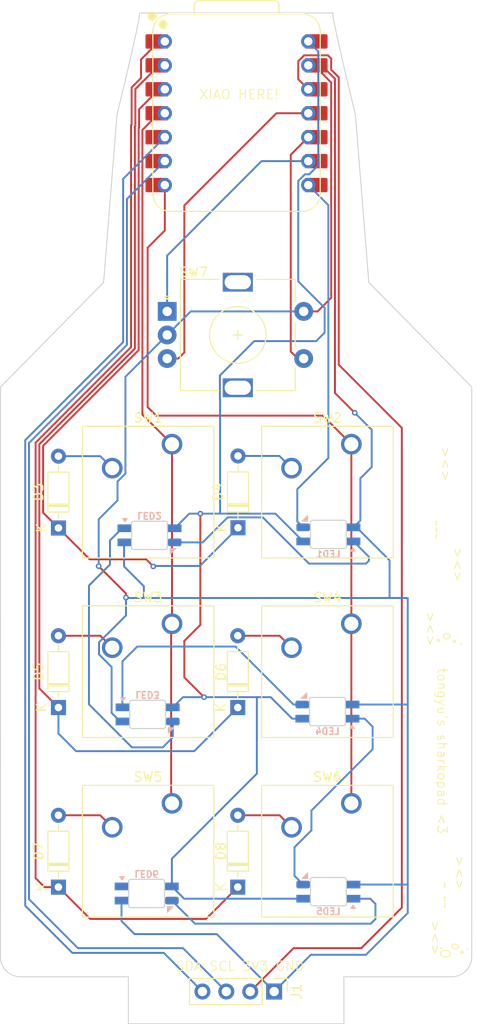
<source format=kicad_pcb>
(kicad_pcb (version 20241229) (generator "pcbnew") (generator_version "9.0")
  (layers (0 "F.Cu" signal) (2 "B.Cu" signal) (13 "F.Paste" user) (15 "B.Paste" user) (5 "F.SilkS" user "F.Silkscreen") (7 "B.SilkS" user "B.Silkscreen") (1 "F.Mask" user) (3 "B.Mask" user) (25 "Edge.Cuts" user))
  (net 0 "")
  (net 1 "+5V")
  (net 2 "GND")
  (net 3 "Net-(U1-GPIO3{slash}MOSI)")
  (net 4 "SCL")
  (net 5 "Net-(U1-GPIO2{slash}SCK)")
  (net 6 "Net-(U1-GPIO4{slash}MISO)")
  (net 7 "row1")
  (net 8 "Net-(D3-A)")
  (net 9 "Net-(D4-A)")
  (net 10 "row2")
  (net 11 "Net-(D5-A)")
  (net 12 "Net-(D6-A)")
  (net 13 "Net-(D7-A)")
  (net 14 "row3")
  (net 15 "Net-(D8-A)")
  (net 16 "col1")
  (net 17 "col2")
  (net 18 "SDA")
  (net 19 "+3V3")
  (net 20 "Net-(LED1-DIN)")
  (net 21 "Net-(LED1-DOUT)")
  (net 22 "Net-(LED2-DOUT)")
  (net 23 "Net-(LED3-DOUT)")
  (net 24 "Net-(LED4-DOUT)")
  (net 25 "Net-(LED5-DOUT)")
  (footprint "Diode_THT:D_DO-35_SOD27_P7.62mm_Horizontal" (layer "F.Cu") (at 102.07625 122.8725 90)
    (property "Reference" "D6" (at 3.7725 -1.77625 90) (layer "F.SilkS"))
    (property "Value" "1N4148")
    (fp_text user "K" (at 0 -1.8 90) (layer "F.SilkS"))
    (pad "1" thru_hole rect (at 0 0 90) (size 1.6 1.6) (drill 0.8) (layers "*.Cu" "*.Mask") (net 10 "row2"))
    (pad "2" thru_hole oval (at 7.62 0 90) (size 1.6 1.6) (drill 0.8) (layers "*.Cu" "*.Mask") (net 12 "Net-(D6-A)"))
  )
  (footprint "OPL:XIAO-RP2040-DIP" (layer "F.Cu") (at 101.945 59.82)
    (property "Reference" "U1" (hide yes))
    (property "Value" "XIAO-RP2040-DIP")
    (pad "1" smd roundrect (at -8.455 -7.62 180) (size 2.432 1.524) (layers "F.Cu" "F.Mask") (roundrect_rratio 0.1) (net 14 "row3"))
    (pad "1" thru_hole circle (at -7.62 -7.62 180) (size 1.524 1.524) (drill 0.889) (layers "*.Cu" "*.Mask") (net 14 "row3"))
    (pad "2" smd roundrect (at -8.455 -5.08 180) (size 2.432 1.524) (layers "F.Cu" "F.Mask") (roundrect_rratio 0.1) (net 10 "row2"))
    (pad "2" thru_hole circle (at -7.62 -5.08 180) (size 1.524 1.524) (drill 0.889) (layers "*.Cu" "*.Mask") (net 10 "row2"))
    (pad "3" smd roundrect (at -8.455 -2.54 180) (size 2.432 1.524) (layers "F.Cu" "F.Mask") (roundrect_rratio 0.1) (net 7 "row1"))
    (pad "3" thru_hole circle (at -7.62 -2.54 180) (size 1.524 1.524) (drill 0.889) (layers "*.Cu" "*.Mask") (net 7 "row1"))
    (pad "4" smd roundrect (at -8.455 0 180) (size 2.432 1.524) (layers "F.Cu" "F.Mask") (roundrect_rratio 0.1) (net 16 "col1"))
    (pad "4" thru_hole circle (at -7.62 0 180) (size 1.524 1.524) (drill 0.889) (layers "*.Cu" "*.Mask") (net 16 "col1"))
    (pad "5" smd roundrect (at -8.455 2.54 180) (size 2.432 1.524) (layers "F.Cu" "F.Mask") (roundrect_rratio 0.1) (net 18 "SDA"))
    (pad "5" thru_hole circle (at -7.62 2.54 180) (size 1.524 1.524) (drill 0.889) (layers "*.Cu" "*.Mask") (net 18 "SDA"))
    (pad "6" smd roundrect (at -8.455 5.08 180) (size 2.432 1.524) (layers "F.Cu" "F.Mask") (roundrect_rratio 0.1) (net 4 "SCL"))
    (pad "6" thru_hole circle (at -7.62 5.08 180) (size 1.524 1.524) (drill 0.889) (layers "*.Cu" "*.Mask") (net 4 "SCL"))
    (pad "7" smd roundrect (at -8.455 7.62 180) (size 2.432 1.524) (layers "F.Cu" "F.Mask") (roundrect_rratio 0.1) (net 17 "col2"))
    (pad "7" thru_hole circle (at -7.62 7.62 180) (size 1.524 1.524) (drill 0.889) (layers "*.Cu" "*.Mask") (net 17 "col2"))
    (pad "8" thru_hole circle (at 7.62 7.62) (size 1.524 1.524) (drill 0.889) (layers "*.Cu" "*.Mask") (net 20 "Net-(LED1-DIN)"))
    (pad "8" smd roundrect (at 8.455 7.62) (size 2.432 1.524) (layers "F.Cu" "F.Mask") (roundrect_rratio 0.1) (net 20 "Net-(LED1-DIN)"))
    (pad "9" thru_hole circle (at 7.62 5.08) (size 1.524 1.524) (drill 0.889) (layers "*.Cu" "*.Mask") (net 5 "Net-(U1-GPIO2{slash}SCK)"))
    (pad "9" smd roundrect (at 8.455 5.08) (size 2.432 1.524) (layers "F.Cu" "F.Mask") (roundrect_rratio 0.1) (net 5 "Net-(U1-GPIO2{slash}SCK)"))
    (pad "10" thru_hole circle (at 7.62 2.54) (size 1.524 1.524) (drill 0.889) (layers "*.Cu" "*.Mask") (net 6 "Net-(U1-GPIO4{slash}MISO)"))
    (pad "10" smd roundrect (at 8.455 2.54) (size 2.432 1.524) (layers "F.Cu" "F.Mask") (roundrect_rratio 0.1) (net 6 "Net-(U1-GPIO4{slash}MISO)"))
    (pad "11" thru_hole circle (at 7.62 0) (size 1.524 1.524) (drill 0.889) (layers "*.Cu" "*.Mask") (net 3 "Net-(U1-GPIO3{slash}MOSI)"))
    (pad "11" smd roundrect (at 8.455 0) (size 2.432 1.524) (layers "F.Cu" "F.Mask") (roundrect_rratio 0.1) (net 3 "Net-(U1-GPIO3{slash}MOSI)"))
    (pad "12" thru_hole circle (at 7.62 -2.54) (size 1.524 1.524) (drill 0.889) (layers "*.Cu" "*.Mask") (net 19 "+3V3"))
    (pad "12" smd roundrect (at 8.455 -2.54) (size 2.432 1.524) (layers "F.Cu" "F.Mask") (roundrect_rratio 0.1) (net 19 "+3V3"))
    (pad "13" thru_hole circle (at 7.62 -5.08) (size 1.524 1.524) (drill 0.889) (layers "*.Cu" "*.Mask") (net 2 "GND"))
    (pad "13" smd roundrect (at 8.455 -5.08) (size 2.432 1.524) (layers "F.Cu" "F.Mask") (roundrect_rratio 0.1) (net 2 "GND"))
    (pad "14" thru_hole circle (at 7.62 -7.62) (size 1.524 1.524) (drill 0.889) (layers "*.Cu" "*.Mask") (net 1 "+5V"))
    (pad "14" smd roundrect (at 8.455 -7.62) (size 2.432 1.524) (layers "F.Cu" "F.Mask") (roundrect_rratio 0.1) (net 1 "+5V"))
  )
  (footprint "Button_Switch_Keyboard:SW_Cherry_MX_1.00u_PCB" (layer "F.Cu") (at 95.09125 113.9825)
    (property "Reference" "SW3" (at -2.54 -2.794 0) (layer "F.SilkS"))
    (property "Value" "SW_Push")
    (pad "" np_thru_hole circle (at -7.62 5.08) (size 1.7 1.7) (drill 1.7) (layers "*.Cu" "*.Mask"))
    (pad "" np_thru_hole circle (at -2.54 5.08) (size 4 4) (drill 4) (layers "*.Cu" "*.Mask"))
    (pad "" np_thru_hole circle (at 2.54 5.08) (size 1.7 1.7) (drill 1.7) (layers "*.Cu" "*.Mask"))
    (pad "1" thru_hole circle (at 0 0) (size 2.2 2.2) (drill 1.5) (layers "*.Cu" "*.Mask") (net 16 "col1"))
    (pad "2" thru_hole circle (at -6.35 2.54) (size 2.2 2.2) (drill 1.5) (layers "*.Cu" "*.Mask") (net 11 "Net-(D5-A)"))
  )
  (footprint "Rotary:RotaryEncoder_Alps_EC11E-Switch_Vertical_H20mm" (layer "F.Cu") (at 94.57625 80.84375)
    (property "Reference" "SW7" (at 2.8 -4.14375 0) (layer "F.SilkS"))
    (property "Value" "RotaryEncoder_Switch")
    (pad "A" thru_hole rect (at 0 0) (size 2 2) (drill 1) (layers "*.Cu" "*.Mask") (net 5 "Net-(U1-GPIO2{slash}SCK)"))
    (pad "B" thru_hole circle (at 0 5) (size 2 2) (drill 1) (layers "*.Cu" "*.Mask") (net 3 "Net-(U1-GPIO3{slash}MOSI)"))
    (pad "C" thru_hole circle (at 0 2.5) (size 2 2) (drill 1) (layers "*.Cu" "*.Mask") (net 2 "GND"))
    (pad "MP" thru_hole rect (at 7.5 -3.1) (size 3.2 2) (drill oval 2.8 1.5) (layers "*.Cu" "*.Mask"))
    (pad "MP" thru_hole rect (at 7.5 8.1) (size 3.2 2) (drill oval 2.8 1.5) (layers "*.Cu" "*.Mask"))
    (pad "S1" thru_hole circle (at 14.5 5) (size 2 2) (drill 1) (layers "*.Cu" "*.Mask") (net 6 "Net-(U1-GPIO4{slash}MISO)"))
    (pad "S2" thru_hole circle (at 14.5 0) (size 2 2) (drill 1) (layers "*.Cu" "*.Mask") (net 2 "GND"))
  )
  (footprint "Diode_THT:D_DO-35_SOD27_P7.62mm_Horizontal" (layer "F.Cu") (at 83.02625 122.8725 90)
    (property "Reference" "D5" (at 3.81 -2.12 90) (layer "F.SilkS"))
    (property "Value" "1N4148")
    (fp_text user "K" (at 0 -1.8 90) (layer "F.SilkS"))
    (pad "1" thru_hole rect (at 0 0 90) (size 1.6 1.6) (drill 0.8) (layers "*.Cu" "*.Mask") (net 10 "row2"))
    (pad "2" thru_hole oval (at 7.62 0 90) (size 1.6 1.6) (drill 0.8) (layers "*.Cu" "*.Mask") (net 11 "Net-(D5-A)"))
  )
  (footprint "Diode_THT:D_DO-35_SOD27_P7.62mm_Horizontal" (layer "F.Cu") (at 83.02625 103.8225 90)
    (property "Reference" "D3" (at 3.81 -2.12 90) (layer "F.SilkS"))
    (property "Value" "1N4148")
    (fp_text user "K" (at 0 -1.8 90) (layer "F.SilkS"))
    (pad "1" thru_hole rect (at 0 0 90) (size 1.6 1.6) (drill 0.8) (layers "*.Cu" "*.Mask") (net 7 "row1"))
    (pad "2" thru_hole oval (at 7.62 0 90) (size 1.6 1.6) (drill 0.8) (layers "*.Cu" "*.Mask") (net 8 "Net-(D3-A)"))
  )
  (footprint "Diode_THT:D_DO-35_SOD27_P7.62mm_Horizontal" (layer "F.Cu") (at 102.1 103.8 90)
    (property "Reference" "D4" (at 3.81 -2.12 90) (layer "F.SilkS"))
    (property "Value" "1N4148")
    (fp_text user "K" (at 0 -1.8 90) (layer "F.SilkS"))
    (pad "1" thru_hole rect (at 0 0 90) (size 1.6 1.6) (drill 0.8) (layers "*.Cu" "*.Mask") (net 7 "row1"))
    (pad "2" thru_hole oval (at 7.62 0 90) (size 1.6 1.6) (drill 0.8) (layers "*.Cu" "*.Mask") (net 9 "Net-(D4-A)"))
  )
  (footprint "Button_Switch_Keyboard:SW_Cherry_MX_1.00u_PCB" (layer "F.Cu") (at 114.14125 94.9325)
    (property "Reference" "SW2" (at -2.54 -2.794 0) (layer "F.SilkS"))
    (property "Value" "SW_Push")
    (pad "" np_thru_hole circle (at -7.62 5.08) (size 1.7 1.7) (drill 1.7) (layers "*.Cu" "*.Mask"))
    (pad "" np_thru_hole circle (at -2.54 5.08) (size 4 4) (drill 4) (layers "*.Cu" "*.Mask"))
    (pad "" np_thru_hole circle (at 2.54 5.08) (size 1.7 1.7) (drill 1.7) (layers "*.Cu" "*.Mask"))
    (pad "1" thru_hole circle (at 0 0) (size 2.2 2.2) (drill 1.5) (layers "*.Cu" "*.Mask") (net 17 "col2"))
    (pad "2" thru_hole circle (at -6.35 2.54) (size 2.2 2.2) (drill 1.5) (layers "*.Cu" "*.Mask") (net 9 "Net-(D4-A)"))
  )
  (footprint "Button_Switch_Keyboard:SW_Cherry_MX_1.00u_PCB" (layer "F.Cu") (at 95.09125 133.0325)
    (property "Reference" "SW5" (at -2.54 -2.794 0) (layer "F.SilkS"))
    (property "Value" "SW_Push")
    (pad "" np_thru_hole circle (at -7.62 5.08) (size 1.7 1.7) (drill 1.7) (layers "*.Cu" "*.Mask"))
    (pad "" np_thru_hole circle (at -2.54 5.08) (size 4 4) (drill 4) (layers "*.Cu" "*.Mask"))
    (pad "" np_thru_hole circle (at 2.54 5.08) (size 1.7 1.7) (drill 1.7) (layers "*.Cu" "*.Mask"))
    (pad "1" thru_hole circle (at 0 0) (size 2.2 2.2) (drill 1.5) (layers "*.Cu" "*.Mask") (net 16 "col1"))
    (pad "2" thru_hole circle (at -6.35 2.54) (size 2.2 2.2) (drill 1.5) (layers "*.Cu" "*.Mask") (net 13 "Net-(D7-A)"))
  )
  (footprint "Diode_THT:D_DO-35_SOD27_P7.62mm_Horizontal" (layer "F.Cu") (at 102.07625 141.9225 90)
    (property "Reference" "D8" (at 3.81 -1.77625 90) (layer "F.SilkS"))
    (property "Value" "1N4148")
    (fp_text user "K" (at 0 -1.8 90) (layer "F.SilkS"))
    (pad "1" thru_hole rect (at 0 0 90) (size 1.6 1.6) (drill 0.8) (layers "*.Cu" "*.Mask") (net 14 "row3"))
    (pad "2" thru_hole oval (at 7.62 0 90) (size 1.6 1.6) (drill 0.8) (layers "*.Cu" "*.Mask") (net 15 "Net-(D8-A)"))
  )
  (footprint "Button_Switch_Keyboard:SW_Cherry_MX_1.00u_PCB" (layer "F.Cu") (at 95.09125 94.9325)
    (property "Reference" "SW1" (at -2.54 -2.794 0) (layer "F.SilkS"))
    (property "Value" "SW_Push")
    (pad "" np_thru_hole circle (at -7.62 5.08) (size 1.7 1.7) (drill 1.7) (layers "*.Cu" "*.Mask"))
    (pad "" np_thru_hole circle (at -2.54 5.08) (size 4 4) (drill 4) (layers "*.Cu" "*.Mask"))
    (pad "" np_thru_hole circle (at 2.54 5.08) (size 1.7 1.7) (drill 1.7) (layers "*.Cu" "*.Mask"))
    (pad "1" thru_hole circle (at 0 0) (size 2.2 2.2) (drill 1.5) (layers "*.Cu" "*.Mask") (net 16 "col1"))
    (pad "2" thru_hole circle (at -6.35 2.54) (size 2.2 2.2) (drill 1.5) (layers "*.Cu" "*.Mask") (net 8 "Net-(D3-A)"))
  )
  (footprint "Button_Switch_Keyboard:SW_Cherry_MX_1.00u_PCB" (layer "F.Cu") (at 114.14125 113.9825)
    (property "Reference" "SW4" (at -2.54 -2.794 0) (layer "F.SilkS"))
    (property "Value" "SW_Push")
    (pad "" np_thru_hole circle (at -7.62 5.08) (size 1.7 1.7) (drill 1.7) (layers "*.Cu" "*.Mask"))
    (pad "" np_thru_hole circle (at -2.54 5.08) (size 4 4) (drill 4) (layers "*.Cu" "*.Mask"))
    (pad "" np_thru_hole circle (at 2.54 5.08) (size 1.7 1.7) (drill 1.7) (layers "*.Cu" "*.Mask"))
    (pad "1" thru_hole circle (at 0 0) (size 2.2 2.2) (drill 1.5) (layers "*.Cu" "*.Mask") (net 17 "col2"))
    (pad "2" thru_hole circle (at -6.35 2.54) (size 2.2 2.2) (drill 1.5) (layers "*.Cu" "*.Mask") (net 12 "Net-(D6-A)"))
  )
  (footprint "Button_Switch_Keyboard:SW_Cherry_MX_1.00u_PCB" (layer "F.Cu") (at 114.14125 133.0325)
    (property "Reference" "SW6" (at -2.54 -2.794 0) (layer "F.SilkS"))
    (property "Value" "SW_Push")
    (pad "" np_thru_hole circle (at -7.62 5.08) (size 1.7 1.7) (drill 1.7) (layers "*.Cu" "*.Mask"))
    (pad "" np_thru_hole circle (at -2.54 5.08) (size 4 4) (drill 4) (layers "*.Cu" "*.Mask"))
    (pad "" np_thru_hole circle (at 2.54 5.08) (size 1.7 1.7) (drill 1.7) (layers "*.Cu" "*.Mask"))
    (pad "1" thru_hole circle (at 0 0) (size 2.2 2.2) (drill 1.5) (layers "*.Cu" "*.Mask") (net 17 "col2"))
    (pad "2" thru_hole circle (at -6.35 2.54) (size 2.2 2.2) (drill 1.5) (layers "*.Cu" "*.Mask") (net 15 "Net-(D8-A)"))
  )
  (footprint "Diode_THT:D_DO-35_SOD27_P7.62mm_Horizontal" (layer "F.Cu") (at 83.02625 141.9225 90)
    (property "Reference" "D7" (at 3.81 -2.12 90) (layer "F.SilkS"))
    (property "Value" "1N4148")
    (fp_text user "K" (at 0 -1.8 90) (layer "F.SilkS"))
    (pad "1" thru_hole rect (at 0 0 90) (size 1.6 1.6) (drill 0.8) (layers "*.Cu" "*.Mask") (net 14 "row3"))
    (pad "2" thru_hole oval (at 7.62 0 90) (size 1.6 1.6) (drill 0.8) (layers "*.Cu" "*.Mask") (net 13 "Net-(D7-A)"))
  )
  (footprint "Connector_PinHeader_2.54mm:PinHeader_1x04_P2.54mm_Vertical" (layer "F.Cu") (at 105.94 153 -90)
    (property "Reference" "J1" (at 0 -2.38 90) (layer "F.SilkS"))
    (property "Value" "Conn_01x04_Pin" (hide yes))
    (pad "1" thru_hole rect (at 0 0 270) (size 1.7 1.7) (drill 1) (layers "*.Cu" "*.Mask") (net 2 "GND"))
    (pad "2" thru_hole circle (at 0 2.54 270) (size 1.7 1.7) (drill 1) (layers "*.Cu" "*.Mask") (net 19 "+3V3"))
    (pad "3" thru_hole circle (at 0 5.08 270) (size 1.7 1.7) (drill 1) (layers "*.Cu" "*.Mask") (net 4 "SCL"))
    (pad "4" thru_hole circle (at 0 7.62 270) (size 1.7 1.7) (drill 1) (layers "*.Cu" "*.Mask") (net 18 "SDA"))
  )
  (footprint "LED_SMD:SK6812-MINI-E_REV" (layer "B.Cu") (at 111.7 142.4 180)
    (property "Reference" "LED5" (at 0 -2.1 0) (layer "B.SilkS") (effects (font (size 0.7 0.7)) (justify mirror)))
    (property "Value" "SK6812MINI" (hide yes))
    (fp_line (start 1.9 1.3) (end 1.9 -1.3) (stroke (width 0.12)) (layer "Edge.Cuts"))
    (fp_line (start 1.7 -1.5) (end -1.7 -1.5) (stroke (width 0.12)) (layer "Edge.Cuts"))
    (fp_line (start -1.7 1.5) (end 1.7 1.5) (stroke (width 0.12)) (layer "Edge.Cuts"))
    (fp_line (start -1.9 -1.3) (end -1.9 1.3) (stroke (width 0.12)) (layer "Edge.Cuts"))
    (fp_arc (start 1.9 1.3) (mid 1.841421 1.441421) (end 1.7 1.5) (stroke (width 0.12)) (layer "Edge.Cuts"))
    (fp_arc (start 1.7 -1.5) (mid 1.841421 -1.441421) (end 1.9 -1.3) (stroke (width 0.12)) (layer "Edge.Cuts"))
    (fp_arc (start -1.7 1.5) (mid -1.841421 1.441421) (end -1.9 1.3) (stroke (width 0.12)) (layer "Edge.Cuts"))
    (fp_arc (start -1.9 -1.3) (mid -1.841421 -1.441421) (end -1.7 -1.5) (stroke (width 0.12)) (layer "Edge.Cuts"))
    (pad "1" smd rect (at -2.675 -0.75 180) (size 1.45 0.82) (layers "B.Cu" "B.Mask" "B.Paste") (net 25 "Net-(LED5-DOUT)"))
    (pad "2" smd rect (at -2.675 0.75 180) (size 1.45 0.82) (layers "B.Cu" "B.Mask" "B.Paste") (net 2 "GND"))
    (pad "3" smd roundrect (at 2.675 0.75 180) (size 1.45 0.82) (layers "B.Cu" "B.Mask" "B.Paste") (net 24 "Net-(LED4-DOUT)"))
    (pad "4" smd rect (at 2.675 -0.75 180) (size 1.45 0.82) (layers "B.Cu" "B.Mask" "B.Paste") (net 1 "+5V"))
  )
  (footprint "LED_SMD:SK6812-MINI-E_REV" (layer "B.Cu") (at 92.7 104.6)
    (property "Reference" "LED2" (at 0 -2.1 180) (layer "B.SilkS") (effects (font (size 0.7 0.7)) (justify mirror)))
    (property "Value" "SK6812MINI" (hide yes))
    (fp_line (start -1.9 -1.3) (end -1.9 1.3) (stroke (width 0.12)) (layer "Edge.Cuts"))
    (fp_line (start -1.7 1.5) (end 1.7 1.5) (stroke (width 0.12)) (layer "Edge.Cuts"))
    (fp_line (start 1.7 -1.5) (end -1.7 -1.5) (stroke (width 0.12)) (layer "Edge.Cuts"))
    (fp_line (start 1.9 1.3) (end 1.9 -1.3) (stroke (width 0.12)) (layer "Edge.Cuts"))
    (fp_arc (start -1.9 -1.3) (mid -1.841421 -1.441421) (end -1.7 -1.5) (stroke (width 0.12)) (layer "Edge.Cuts"))
    (fp_arc (start -1.7 1.5) (mid -1.841421 1.441421) (end -1.9 1.3) (stroke (width 0.12)) (layer "Edge.Cuts"))
    (fp_arc (start 1.7 -1.5) (mid 1.841421 -1.441421) (end 1.9 -1.3) (stroke (width 0.12)) (layer "Edge.Cuts"))
    (fp_arc (start 1.9 1.3) (mid 1.841421 1.441421) (end 1.7 1.5) (stroke (width 0.12)) (layer "Edge.Cuts"))
    (pad "1" smd rect (at -2.675 -0.75) (size 1.45 0.82) (layers "B.Cu" "B.Mask" "B.Paste") (net 22 "Net-(LED2-DOUT)"))
    (pad "2" smd rect (at -2.675 0.75) (size 1.45 0.82) (layers "B.Cu" "B.Mask" "B.Paste") (net 2 "GND"))
    (pad "3" smd roundrect (at 2.675 0.75) (size 1.45 0.82) (layers "B.Cu" "B.Mask" "B.Paste") (net 21 "Net-(LED1-DOUT)"))
    (pad "4" smd rect (at 2.675 -0.75) (size 1.45 0.82) (layers "B.Cu" "B.Mask" "B.Paste") (net 1 "+5V"))
  )
  (footprint "LED_SMD:SK6812-MINI-E_REV" (layer "B.Cu") (at 92.4 142.6)
    (property "Reference" "LED6" (at 0 -2.1 180) (layer "B.SilkS") (effects (font (size 0.7 0.7)) (justify mirror)))
    (property "Value" "SK6812MINI" (hide yes))
    (fp_line (start -1.9 -1.3) (end -1.9 1.3) (stroke (width 0.12)) (layer "Edge.Cuts"))
    (fp_line (start -1.7 1.5) (end 1.7 1.5) (stroke (width 0.12)) (layer "Edge.Cuts"))
    (fp_line (start 1.7 -1.5) (end -1.7 -1.5) (stroke (width 0.12)) (layer "Edge.Cuts"))
    (fp_line (start 1.9 1.3) (end 1.9 -1.3) (stroke (width 0.12)) (layer "Edge.Cuts"))
    (fp_arc (start -1.9 -1.3) (mid -1.841421 -1.441421) (end -1.7 -1.5) (stroke (width 0.12)) (layer "Edge.Cuts"))
    (fp_arc (start -1.7 1.5) (mid -1.841421 1.441421) (end -1.9 1.3) (stroke (width 0.12)) (layer "Edge.Cuts"))
    (fp_arc (start 1.7 -1.5) (mid 1.841421 -1.441421) (end 1.9 -1.3) (stroke (width 0.12)) (layer "Edge.Cuts"))
    (fp_arc (start 1.9 1.3) (mid 1.841421 1.441421) (end 1.7 1.5) (stroke (width 0.12)) (layer "Edge.Cuts"))
    (pad "1" smd rect (at -2.675 -0.75) (size 1.45 0.82) (layers "B.Cu" "B.Mask" "B.Paste"))
    (pad "2" smd rect (at -2.675 0.75) (size 1.45 0.82) (layers "B.Cu" "B.Mask" "B.Paste") (net 2 "GND"))
    (pad "3" smd roundrect (at 2.675 0.75) (size 1.45 0.82) (layers "B.Cu" "B.Mask" "B.Paste") (net 25 "Net-(LED5-DOUT)"))
    (pad "4" smd rect (at 2.675 -0.75) (size 1.45 0.82) (layers "B.Cu" "B.Mask" "B.Paste") (net 1 "+5V"))
  )
  (footprint "LED_SMD:SK6812-MINI-E_REV" (layer "B.Cu") (at 111.6 123.3 180)
    (property "Reference" "LED4" (at 0 -2.1 0) (layer "B.SilkS") (effects (font (size 0.7 0.7)) (justify mirror)))
    (property "Value" "SK6812MINI" (hide yes))
    (fp_line (start 1.9 1.3) (end 1.9 -1.3) (stroke (width 0.12)) (layer "Edge.Cuts"))
    (fp_line (start 1.7 -1.5) (end -1.7 -1.5) (stroke (width 0.12)) (layer "Edge.Cuts"))
    (fp_line (start -1.7 1.5) (end 1.7 1.5) (stroke (width 0.12)) (layer "Edge.Cuts"))
    (fp_line (start -1.9 -1.3) (end -1.9 1.3) (stroke (width 0.12)) (layer "Edge.Cuts"))
    (fp_arc (start 1.9 1.3) (mid 1.841421 1.441421) (end 1.7 1.5) (stroke (width 0.12)) (layer "Edge.Cuts"))
    (fp_arc (start 1.7 -1.5) (mid 1.841421 -1.441421) (end 1.9 -1.3) (stroke (width 0.12)) (layer "Edge.Cuts"))
    (fp_arc (start -1.7 1.5) (mid -1.841421 1.441421) (end -1.9 1.3) (stroke (width 0.12)) (layer "Edge.Cuts"))
    (fp_arc (start -1.9 -1.3) (mid -1.841421 -1.441421) (end -1.7 -1.5) (stroke (width 0.12)) (layer "Edge.Cuts"))
    (pad "1" smd rect (at -2.675 -0.75 180) (size 1.45 0.82) (layers "B.Cu" "B.Mask" "B.Paste") (net 24 "Net-(LED4-DOUT)"))
    (pad "2" smd rect (at -2.675 0.75 180) (size 1.45 0.82) (layers "B.Cu" "B.Mask" "B.Paste") (net 2 "GND"))
    (pad "3" smd roundrect (at 2.675 0.75 180) (size 1.45 0.82) (layers "B.Cu" "B.Mask" "B.Paste") (net 23 "Net-(LED3-DOUT)"))
    (pad "4" smd rect (at 2.675 -0.75 180) (size 1.45 0.82) (layers "B.Cu" "B.Mask" "B.Paste") (net 1 "+5V"))
  )
  (footprint "LED_SMD:SK6812-MINI-E_REV" (layer "B.Cu") (at 92.5 123.6)
    (property "Reference" "LED3" (at 0 -2.1 180) (layer "B.SilkS") (effects (font (size 0.7 0.7)) (justify mirror)))
    (property "Value" "SK6812MINI" (hide yes))
    (fp_line (start -1.9 -1.3) (end -1.9 1.3) (stroke (width 0.12)) (layer "Edge.Cuts"))
    (fp_line (start -1.7 1.5) (end 1.7 1.5) (stroke (width 0.12)) (layer "Edge.Cuts"))
    (fp_line (start 1.7 -1.5) (end -1.7 -1.5) (stroke (width 0.12)) (layer "Edge.Cuts"))
    (fp_line (start 1.9 1.3) (end 1.9 -1.3) (stroke (width 0.12)) (layer "Edge.Cuts"))
    (fp_arc (start -1.9 -1.3) (mid -1.841421 -1.441421) (end -1.7 -1.5) (stroke (width 0.12)) (layer "Edge.Cuts"))
    (fp_arc (start -1.7 1.5) (mid -1.841421 1.441421) (end -1.9 1.3) (stroke (width 0.12)) (layer "Edge.Cuts"))
    (fp_arc (start 1.7 -1.5) (mid 1.841421 -1.441421) (end 1.9 -1.3) (stroke (width 0.12)) (layer "Edge.Cuts"))
    (fp_arc (start 1.9 1.3) (mid 1.841421 1.441421) (end 1.7 1.5) (stroke (width 0.12)) (layer "Edge.Cuts"))
    (pad "1" smd rect (at -2.675 -0.75) (size 1.45 0.82) (layers "B.Cu" "B.Mask" "B.Paste") (net 23 "Net-(LED3-DOUT)"))
    (pad "2" smd rect (at -2.675 0.75) (size 1.45 0.82) (layers "B.Cu" "B.Mask" "B.Paste") (net 2 "GND"))
    (pad "3" smd roundrect (at 2.675 0.75) (size 1.45 0.82) (layers "B.Cu" "B.Mask" "B.Paste") (net 22 "Net-(LED2-DOUT)"))
    (pad "4" smd rect (at 2.675 -0.75) (size 1.45 0.82) (layers "B.Cu" "B.Mask" "B.Paste") (net 1 "+5V"))
  )
  (footprint "LED_SMD:SK6812-MINI-E_REV" (layer "B.Cu") (at 111.7 104.5 180)
    (property "Reference" "LED1" (at 0 -2.1 0) (layer "B.SilkS") (effects (font (size 0.7 0.7)) (justify mirror)))
    (property "Value" "SK6812MINI" (hide yes))
    (fp_line (start 1.9 1.3) (end 1.9 -1.3) (stroke (width 0.12)) (layer "Edge.Cuts"))
    (fp_line (start 1.7 -1.5) (end -1.7 -1.5) (stroke (width 0.12)) (layer "Edge.Cuts"))
    (fp_line (start -1.7 1.5) (end 1.7 1.5) (stroke (width 0.12)) (layer "Edge.Cuts"))
    (fp_line (start -1.9 -1.3) (end -1.9 1.3) (stroke (width 0.12)) (layer "Edge.Cuts"))
    (fp_arc (start 1.9 1.3) (mid 1.841421 1.441421) (end 1.7 1.5) (stroke (width 0.12)) (layer "Edge.Cuts"))
    (fp_arc (start 1.7 -1.5) (mid 1.841421 -1.441421) (end 1.9 -1.3) (stroke (width 0.12)) (layer "Edge.Cuts"))
    (fp_arc (start -1.7 1.5) (mid -1.841421 1.441421) (end -1.9 1.3) (stroke (width 0.12)) (layer "Edge.Cuts"))
    (fp_arc (start -1.9 -1.3) (mid -1.841421 -1.441421) (end -1.7 -1.5) (stroke (width 0.12)) (layer "Edge.Cuts"))
    (pad "1" smd rect (at -2.675 -0.75 180) (size 1.45 0.82) (layers "B.Cu" "B.Mask" "B.Paste") (net 21 "Net-(LED1-DOUT)"))
    (pad "2" smd rect (at -2.675 0.75 180) (size 1.45 0.82) (layers "B.Cu" "B.Mask" "B.Paste") (net 2 "GND"))
    (pad "3" smd roundrect (at 2.675 0.75 180) (size 1.45 0.82) (layers "B.Cu" "B.Mask" "B.Paste") (net 20 "Net-(LED1-DIN)"))
    (pad "4" smd rect (at 2.675 -0.75 180) (size 1.45 0.82) (layers "B.Cu" "B.Mask" "B.Paste") (net 1 "+5V"))
  )
  (gr_poly (pts (xy 112.187217 49.468092) (xy 112.263822 49.930782) (xy 112.537243 51.286988) (xy 113.366934 54.95646) (xy 114.573759 59.993726) (xy 115.995895 77.770418) (xy 126.930977 88.863075) (xy 126.928135 149.303824) (xy 126.925363 149.413595) (xy 126.917138 149.521925) (xy 126.903591 149.628681) (xy 126.884859 149.733727) (xy 126.861074 149.836931) (xy 126.83237 149.938158) (xy 126.798881 150.037275) (xy 126.760741 150.134146) (xy 126.718084 150.228638) (xy 126.671044 150.320617) (xy 126.619753 150.409949) (xy 126.564348 150.4965) (xy 126.50496 150.580136) (xy 126.441725 150.660722) (xy 126.374775 150.738126) (xy 126.304245 150.812211) (xy 126.230268 150.882846) (xy 126.152979 150.949894) (xy 126.072512 151.013223) (xy 125.988999 151.072699) (xy 125.902575 151.128187) (xy 125.813374 151.179553) (xy 125.721529 151.226664) (xy 125.627175 151.269384) (xy 125.530446 151.307581) (xy 125.431474 151.341119) (xy 125.330394 151.369866) (xy 125.227341 151.393687) (xy 125.122447 151.412447) (xy 125.015846 151.426014) (xy 124.907673 151.434252) (xy 124.798061 151.437028) (xy 113.351007 151.437028) (xy 113.351007 156.414504) (xy 101.901255 156.414504) (xy 90.453064 156.414504) (xy 90.453064 151.437028) (xy 79.002227 151.437028) (xy 78.892452 151.434252) (xy 78.784119 151.426014) (xy 78.677361 151.412447) (xy 78.572312 151.393687) (xy 78.469106 151.369866) (xy 78.367877 151.341119) (xy 78.268759 151.307581) (xy 78.171887 151.269384) (xy 78.077394 151.226664) (xy 77.985415 151.179553) (xy 77.896083 151.128187) (xy 77.809532 151.072699) (xy 77.725897 151.013223) (xy 77.645311 150.949894) (xy 77.567908 150.882846) (xy 77.493824 150.812211) (xy 77.42319 150.738126) (xy 77.356143 150.660722) (xy 77.292815 150.580136) (xy 77.233341 150.4965) (xy 77.177854 150.409949) (xy 77.126489 150.320617) (xy 77.07938 150.228638) (xy 77.036661 150.134146) (xy 76.998465 150.037275) (xy 76.964928 149.938158) (xy 76.936182 149.836931) (xy 76.912362 149.733727) (xy 76.893602 149.628681) (xy 76.880037 149.521925) (xy 76.871799 149.413595) (xy 76.869023 149.303824) (xy 76.87168 88.863075) (xy 87.822114 77.770418) (xy 89.244249 59.993726) (xy 90.453064 54.95646) (xy 91.284124 51.286988) (xy 91.557996 49.930782) (xy 91.634728 49.468092) (xy 91.661879 49.185497) (xy 102.470109 49.185497) (xy 112.16011 49.185497)) (stroke (width 0.1)) (fill no) (layer "Edge.Cuts"))
  (gr_text "~~~" (at 122.6 102.9 270) (layer "F.SilkS") (effects (font (size 1 1) (thickness 0.1)) (justify left bottom)))
  (gr_text "~ ~~" (at 123.5 141.3 270) (layer "F.SilkS") (effects (font (size 1 1) (thickness 0.1)) (justify left bottom)))
  (gr_text "." (at 126.3 148.2 270) (layer "F.SilkS") (effects (font (size 1 1) (thickness 0.1)) (justify left bottom)))
  (gr_text "O" (at 123.5 148.4 270) (layer "F.SilkS") (effects (font (size 1 1) (thickness 0.1)) (justify left bottom)))
  (gr_text "><>" (at 123.6 95.1 270) (layer "F.SilkS") (effects (font (size 1 1) (thickness 0.1)) (justify left bottom)))
  (gr_text "><>" (at 122 112.6 270) (layer "F.SilkS") (effects (font (size 1 1) (thickness 0.1)) (justify left bottom)))
  (gr_text "tongyu's sharkopad <3" (at 123.2 118.6 270) (layer "F.SilkS") (effects (font (size 1 1) (thickness 0.1)) (justify left bottom)))
  (gr_text "><>" (at 125.1 138.5 270) (layer "F.SilkS") (effects (font (size 1 1) (thickness 0.1)) (justify left bottom)))
  (gr_text "." (at 123.5 148.1 270) (layer "F.SilkS") (effects (font (size 1 1) (thickness 0.1)) (justify left bottom)))
  (gr_text "><>" (at 124.9 105.8 270) (layer "F.SilkS") (effects (font (size 1 1) (thickness 0.1)) (justify left bottom)))
  (gr_text "." (at 125.6 115.8 270) (layer "F.SilkS") (effects (font (size 1 1) (thickness 0.1)) (justify left bottom)))
  (gr_text "XIAO HERE!" (at 97.9275 58.42 0) (layer "F.SilkS") (effects (font (size 1 1) (thickness 0.1)) (justify left bottom)))
  (gr_text "><>" (at 122.5 145.4 270) (layer "F.SilkS") (effects (font (size 1 1) (thickness 0.1)) (justify left bottom)))
  (gr_text "SDA SCL 3V3 GND" (at 95.4 150.9 0) (layer "F.SilkS") (effects (font (size 1 1) (thickness 0.1)) (justify left bottom)))
  (gr_text "°\n" (at 124.9 148.4 270) (layer "F.SilkS") (effects (font (size 1 1) (thickness 0.1)) (justify left bottom)))
  (gr_text "o" (at 123.8 114.8 270) (layer "F.SilkS") (effects (font (size 1 1) (thickness 0.1)) (justify left bottom)))
  (gr_text "°" (at 124.1 115.4 270) (layer "F.SilkS") (effects (font (size 1 1) (thickness 0.1)) (justify left bottom)))
  (gr_text "°" (at 122.4 115.3 270) (layer "F.SilkS") (effects (font (size 1 1) (thickness 0.1)) (justify left bottom)))
  (gr_text "o" (at 124.7 147.7 270) (layer "F.SilkS") (effects (font (size 1 1) (thickness 0.1)) (justify left bottom)))
  (segment (start 98.1 114.1) (end 98.1 102.298) (width 0.2) (layer "F.Cu") (net 1))
  (segment (start 98.5 121.7715) (end 96.4 119.6715) (width 0.2) (layer "F.Cu") (net 1))
  (segment (start 96.4 119.6715) (end 96.4 115.8) (width 0.2) (layer "F.Cu") (net 1))
  (segment (start 96.4 115.8) (end 98.1 114.1) (width 0.2) (layer "F.Cu") (net 1))
  (via (at 98.5 121.7715) (size 0.6) (drill 0.3) (layers "F.Cu" "B.Cu") (net 1))
  (via (at 98.1 102.298) (size 0.6) (drill 0.3) (layers "F.Cu" "B.Cu") (net 1))
  (segment (start 110.628 53.263) (end 109.565 52.2) (width 0.2) (layer "B.Cu") (net 1))
  (segment (start 108.502 77.663892) (end 108.502 66.99969) (width 0.2) (layer "B.Cu") (net 1))
  (segment (start 95.075 138.913566) (end 104.1 129.888566) (width 0.2) (layer "B.Cu") (net 1))
  (segment (start 96.927 102.298) (end 98.1 102.298) (width 0.2) (layer "B.Cu") (net 1))
  (segment (start 95.075 141.85) (end 96.375 143.15) (width 0.2) (layer "B.Cu") (net 1))
  (segment (start 105.5715 121.7715) (end 107.85 124.05) (width 0.2) (layer "B.Cu") (net 1))
  (segment (start 96.2535 121.7715) (end 98.5 121.7715) (width 0.2) (layer "B.Cu") (net 1))
  (segment (start 100.2 102.298) (end 100.2 90.24475) (width 0.2) (layer "B.Cu") (net 1))
  (segment (start 104.1 121.7715) (end 105.5715 121.7715) (width 0.2) (layer "B.Cu") (net 1))
  (segment (start 100.2 90.24475) (end 100.17525 90.24475) (width 0.2) (layer "B.Cu") (net 1))
  (segment (start 100.2 87.618) (end 103.818 84) (width 0.2) (layer "B.Cu") (net 1))
  (segment (start 100.17525 87.64275) (end 100.2 87.64275) (width 0.2) (layer "B.Cu") (net 1))
  (segment (start 99.2 102.298) (end 106.073 102.298) (width 0.2) (layer "B.Cu") (net 1))
  (segment (start 110.628 65.34031) (end 110.628 53.263) (width 0.2) (layer "B.Cu") (net 1))
  (segment (start 98.1 102.298) (end 99.2 102.298) (width 0.2) (layer "B.Cu") (net 1))
  (segment (start 103.818 84) (end 110.4 84) (width 0.2) (layer "B.Cu") (net 1))
  (segment (start 100.17525 90.24475) (end 100.17525 87.64275) (width 0.2) (layer "B.Cu") (net 1))
  (segment (start 110.4 84) (end 111.299 83.101) (width 0.2) (layer "B.Cu") (net 1))
  (segment (start 111.299 80.460892) (end 108.502 77.663892) (width 0.2) (layer "B.Cu") (net 1))
  (segment (start 109.66831 66.3) (end 110.628 65.34031) (width 0.2) (layer "B.Cu") (net 1))
  (segment (start 95.375 103.85) (end 96.927 102.298) (width 0.2) (layer "B.Cu") (net 1))
  (segment (start 95.075 141.85) (end 95.075 138.913566) (width 0.2) (layer "B.Cu") (net 1))
  (segment (start 96.375 143.15) (end 109.025 143.15) (width 0.2) (layer "B.Cu") (net 1))
  (segment (start 98.5 121.7715) (end 104.1 121.7715) (width 0.2) (layer "B.Cu") (net 1))
  (segment (start 95.175 122.85) (end 96.2535 121.7715) (width 0.2) (layer "B.Cu") (net 1))
  (segment (start 106.073 102.298) (end 109.025 105.25) (width 0.2) (layer "B.Cu") (net 1))
  (segment (start 99.2 102.298) (end 100.2 102.298) (width 0.2) (layer "B.Cu") (net 1))
  (segment (start 104.1 129.888566) (end 104.1 121.7715) (width 0.2) (layer "B.Cu") (net 1))
  (segment (start 107.85 124.05) (end 108.925 124.05) (width 0.2) (layer "B.Cu") (net 1))
  (segment (start 109.20169 66.3) (end 109.66831 66.3) (width 0.2) (layer "B.Cu") (net 1))
  (segment (start 100.2 87.64275) (end 100.2 87.618) (width 0.2) (layer "B.Cu") (net 1))
  (segment (start 108.502 66.99969) (end 109.20169 66.3) (width 0.2) (layer "B.Cu") (net 1))
  (segment (start 111.299 83.101) (end 111.299 80.460892) (width 0.2) (layer "B.Cu") (net 1))
  (segment (start 112.4 56.1671) (end 112.4 89.5) (width 0.2) (layer "F.Cu") (net 2))
  (segment (start 112 79.4) (end 112 56.561374) (width 0.2) (layer "F.Cu") (net 2))
  (segment (start 110.55625 80.84375) (end 112 79.4) (width 0.2) (layer "F.Cu") (net 2))
  (segment (start 110.9729 54.74) (end 112.4 56.1671) (width 0.2) (layer "F.Cu") (net 2))
  (segment (start 109.07625 80.84375) (end 110.55625 80.84375) (width 0.2) (layer "F.Cu") (net 2))
  (segment (start 90.2 110.771387) (end 87.3 107.871387) (width 0.2) (layer "F.Cu") (net 2))
  (segment (start 90.2 111.2) (end 90.2 110.771387) (width 0.2) (layer "F.Cu") (net 2))
  (segment (start 109.565 54.74) (end 110.9729 54.74) (width 0.2) (layer "F.Cu") (net 2))
  (segment (start 112 56.561374) (end 110.178626 54.74) (width 0.2) (layer "F.Cu") (net 2))
  (segment (start 112.4 89.5) (end 114.5 91.6) (width 0.2) (layer "F.Cu") (net 2))
  (via (at 87.3 107.871387) (size 0.6) (drill 0.3) (layers "F.Cu" "B.Cu") (net 2))
  (via (at 114.5 91.6) (size 0.6) (drill 0.3) (layers "F.Cu" "B.Cu") (net 2))
  (via (at 90.2 111.2) (size 0.6) (drill 0.3) (layers "F.Cu" "B.Cu") (net 2))
  (segment (start 120.125 122.5) (end 120.125 141.6) (width 0.2) (layer "B.Cu") (net 2))
  (segment (start 120.125 141.6) (end 120.125 144.675) (width 0.2) (layer "B.Cu") (net 2))
  (segment (start 87.3 102.9) (end 89.3 100.9) (width 0.2) (layer "B.Cu") (net 2))
  (segment (start 114.69 103.75) (end 118.2 107.26) (width 0.2) (layer "B.Cu") (net 2))
  (segment (start 120.075 141.65) (end 120.125 141.6) (width 0.2) (layer "B.Cu") (net 2))
  (segment (start 89.321564 98.8735) (end 90.14225 98.052814) (width 0.2) (layer "B.Cu") (net 2))
  (segment (start 89.725 143.35) (end 89.725 145.525) (width 0.2) (layer "B.Cu") (net 2))
  (segment (start 87.34025 117.23303) (end 87.34025 115.942186) (width 0.2) (layer "B.Cu") (net 2))
  (segment (start 114.5 91.6) (end 116.3 93.4) (width 0.2) (layer "B.Cu") (net 2))
  (segment (start 116.3 93.4) (end 116.3 97.355685) (width 0.2) (layer "B.Cu") (net 2))
  (segment (start 90.2 111.2) (end 90.25 111.25) (width 0.2) (layer "B.Cu") (net 2))
  (segment (start 92.1 111.25) (end 91.5 111.25) (width 0.2) (layer "B.Cu") (net 2))
  (segment (start 120.125 111.25) (end 120.125 122.5) (width 0.2) (layer "B.Cu") (net 2))
  (segment (start 115.1 98.555685) (end 115.1 103.025) (width 0.2) (layer "B.Cu") (net 2))
  (segment (start 89.3 98.8735) (end 89.321564 98.8735) (width 0.2) (layer "B.Cu") (net 2))
  (segment (start 90 107.904654) (end 92.1 110.004654) (width 0.2) (layer "B.Cu") (net 2))
  (segment (start 90.25 111.25) (end 91.5 111.25) (width 0.2) (layer "B.Cu") (net 2))
  (segment (start 90.025 105.35) (end 90 105.375) (width 0.2) (layer "B.Cu") (net 2))
  (segment (start 90.14225 98.052814) (end 90.14225 87.77775) (width 0.2) (layer "B.Cu") (net 2))
  (segment (start 94.57625 83.34375) (end 97.07625 80.84375) (width 0.2) (layer "B.Cu") (net 2))
  (segment (start 90 105.375) (end 90 107.904654) (width 0.2) (layer "B.Cu") (net 2))
  (segment (start 89.725 145.525) (end 91.1097 146.9097) (width 0.2) (layer "B.Cu") (net 2))
  (segment (start 91.5 111.25) (end 118.2 111.25) (width 0.2) (layer "B.Cu") (net 2))
  (segment (start 89.3 100.9) (end 89.3 98.8735) (width 0.2) (layer "B.Cu") (net 2))
  (segment (start 87.3 107.871387) (end 87.3 102.9) (width 0.2) (layer "B.Cu") (net 2))
  (segment (start 89.588 124.35) (end 88.67225 123.43425) (width 0.2) (layer "B.Cu") (net 2))
  (segment (start 88.160936 115.1215) (end 88.1785 115.1215) (width 0.2) (layer "B.Cu") (net 2))
  (segment (start 115.7 149.1) (end 109.84 149.1) (width 0.2) (layer "B.Cu") (net 2))
  (segment (start 115.1 103.025) (end 114.375 103.75) (width 0.2) (layer "B.Cu") (net 2))
  (segment (start 118.2 107.26) (end 118.2 111.25) (width 0.2) (layer "B.Cu") (net 2))
  (segment (start 88.1785 115.1215) (end 90.2 113.1) (width 0.2) (layer "B.Cu") (net 2))
  (segment (start 90.2 113.1) (end 90.2 111.2) (width 0.2) (layer "B.Cu") (net 2))
  (segment (start 87.34025 115.942186) (end 88.160936 115.1215) (width 0.2) (layer "B.Cu") (net 2))
  (segment (start 99.8497 146.9097) (end 105.94 153) (width 0.2) (layer "B.Cu") (net 2))
  (segment (start 90.14225 87.77775) (end 94.57625 83.34375) (width 0.2) (layer "B.Cu") (net 2))
  (segment (start 118.2 111.25) (end 120.125 111.25) (width 0.2) (layer "B.Cu") (net 2))
  (segment (start 120.075 122.55) (end 120.125 122.5) (width 0.2) (layer "B.Cu") (net 2))
  (segment (start 91.1097 146.9097) (end 99.8497 146.9097) (width 0.2) (layer "B.Cu") (net 2))
  (segment (start 88.67225 123.43425) (end 88.67225 118.56503) (width 0.2) (layer "B.Cu") (net 2))
  (segment (start 114.275 122.55) (end 120.075 122.55) (width 0.2) (layer "B.Cu") (net 2))
  (segment (start 116.3 97.355685) (end 115.1 98.555685) (width 0.2) (layer "B.Cu") (net 2))
  (segment (start 114.375 141.65) (end 120.075 141.65) (width 0.2) (layer "B.Cu") (net 2))
  (segment (start 89.825 124.35) (end 89.588 124.35) (width 0.2) (layer "B.Cu") (net 2))
  (segment (start 114.375 103.75) (end 114.69 103.75) (width 0.2) (layer "B.Cu") (net 2))
  (segment (start 120.125 144.675) (end 115.7 149.1) (width 0.2) (layer "B.Cu") (net 2))
  (segment (start 109.84 149.1) (end 105.94 153) (width 0.2) (layer "B.Cu") (net 2))
  (segment (start 97.07625 80.84375) (end 109.07625 80.84375) (width 0.2) (layer "B.Cu") (net 2))
  (segment (start 88.67225 118.56503) (end 87.34025 117.23303) (width 0.2) (layer "B.Cu") (net 2))
  (segment (start 92.1 110.004654) (end 92.1 111.25) (width 0.2) (layer "B.Cu") (net 2))
  (segment (start 94.57625 85.84375) (end 95.75625 85.84375) (width 0.2) (layer "F.Cu") (net 3))
  (segment (start 106.18 59.82) (end 109.565 59.82) (width 0.2) (layer "F.Cu") (net 3))
  (segment (start 96.4 69.6) (end 106.18 59.82) (width 0.2) (layer "F.Cu") (net 3))
  (segment (start 96.4 85.2) (end 96.4 69.6) (width 0.2) (layer "F.Cu") (net 3))
  (segment (start 95.75625 85.84375) (end 96.4 85.2) (width 0.2) (layer "F.Cu") (net 3))
  (segment (start 90.3 68.925) (end 90.3 84.4) (width 0.2) (layer "B.Cu") (net 4))
  (segment (start 85.1 148.4) (end 96.26 148.4) (width 0.2) (layer "B.Cu") (net 4))
  (segment (start 79.9 94.8) (end 79.9 143.2) (width 0.2) (layer "B.Cu") (net 4))
  (segment (start 90.3 84.4) (end 79.9 94.8) (width 0.2) (layer "B.Cu") (net 4))
  (segment (start 94.325 64.9) (end 90.3 68.925) (width 0.2) (layer "B.Cu") (net 4))
  (segment (start 79.9 143.2) (end 85.1 148.4) (width 0.2) (layer "B.Cu") (net 4))
  (segment (start 96.26 148.4) (end 100.86 153) (width 0.2) (layer "B.Cu") (net 4))
  (segment (start 94.57625 80.84375) (end 94.57625 74.92375) (width 0.2) (layer "B.Cu") (net 5))
  (segment (start 104.6 64.9) (end 109.565 64.9) (width 0.2) (layer "B.Cu") (net 5))
  (segment (start 94.57625 74.92375) (end 104.6 64.9) (width 0.2) (layer "B.Cu") (net 5))
  (segment (start 109.07625 85.84375) (end 108.44375 85.84375) (width 0.2) (layer "F.Cu") (net 6))
  (segment (start 107.7 64.225) (end 109.565 62.36) (width 0.2) (layer "F.Cu") (net 6))
  (segment (start 107.7 85.1) (end 107.7 64.225) (width 0.2) (layer "F.Cu") (net 6))
  (segment (start 108.44375 85.84375) (end 107.7 85.1) (width 0.2) (layer "F.Cu") (net 6))
  (segment (start 81.401 102.19725) (end 81.401 95.099) (width 0.2) (layer "F.Cu") (net 7))
  (segment (start 91.6 61.364274) (end 91.6 59.391374) (width 0.2) (layer "F.Cu") (net 7))
  (segment (start 93.711374 57.28) (end 94.325 57.28) (width 0.2) (layer "F.Cu") (net 7))
  (segment (start 83.02625 103.8225) (end 81.401 102.19725) (width 0.2) (layer "F.Cu") (net 7))
  (segment (start 91.6 59.391374) (end 93.711374 57.28) (width 0.2) (layer "F.Cu") (net 7))
  (segment (start 86.35275 107.149) (end 83.02625 103.8225) (width 0.2) (layer "F.Cu") (net 7))
  (segment (start 81.401 95.099) (end 91.5445 84.9555) (width 0.2) (layer "F.Cu") (net 7))
  (segment (start 92.349 107.149) (end 86.35275 107.149) (width 0.2) (layer "F.Cu") (net 7))
  (segment (start 91.5445 61.419774) (end 91.6 61.364274) (width 0.2) (layer "F.Cu") (net 7))
  (segment (start 91.5445 84.9555) (end 91.5445 61.419774) (width 0.2) (layer "F.Cu") (net 7))
  (segment (start 93.1 107.9) (end 92.349 107.149) (width 0.2) (layer "F.Cu") (net 7))
  (via (at 93.1 107.9) (size 0.6) (drill 0.3) (layers "F.Cu" "B.Cu") (net 7))
  (segment (start 98.049375 107.849375) (end 93.150625 107.849375) (width 0.2) (layer "B.Cu") (net 7))
  (segment (start 98.049375 107.849375) (end 102.07625 103.8225) (width 0.2) (layer "B.Cu") (net 7))
  (segment (start 93.150625 107.849375) (end 93.1 107.9) (width 0.2) (layer "B.Cu") (net 7))
  (segment (start 87.47125 96.2025) (end 88.74125 97.4725) (width 0.2) (layer "B.Cu") (net 8))
  (segment (start 83.02625 96.2025) (end 87.47125 96.2025) (width 0.2) (layer "B.Cu") (net 8))
  (segment (start 102.09875 96.18) (end 106.49875 96.18) (width 0.2) (layer "B.Cu") (net 9))
  (segment (start 102.07625 96.2025) (end 102.09875 96.18) (width 0.2) (layer "B.Cu") (net 9))
  (segment (start 106.49875 96.18) (end 107.79125 97.4725) (width 0.2) (layer "B.Cu") (net 9))
  (segment (start 81 94.9329) (end 91.1435 84.7894) (width 0.2) (layer "F.Cu") (net 10))
  (segment (start 93.711374 54.74) (end 94.325 54.74) (width 0.2) (layer "F.Cu") (net 10))
  (segment (start 83.02625 122.8725) (end 81 120.84625) (width 0.2) (layer "F.Cu") (net 10))
  (segment (start 91.199 59.225274) (end 91.2 59.224274) (width 0.2) (layer "F.Cu") (net 10))
  (segment (start 91.2 57.251374) (end 93.711374 54.74) (width 0.2) (layer "F.Cu") (net 10))
  (segment (start 91.199 61.198174) (end 91.199 59.225274) (width 0.2) (layer "F.Cu") (net 10))
  (segment (start 91.2 59.224274) (end 91.2 57.251374) (width 0.2) (layer "F.Cu") (net 10))
  (segment (start 91.1435 61.253674) (end 91.199 61.198174) (width 0.2) (layer "F.Cu") (net 10))
  (segment (start 91.1435 84.7894) (end 91.1435 61.253674) (width 0.2) (layer "F.Cu") (net 10))
  (segment (start 81 120.84625) (end 81 94.9329) (width 0.2) (layer "F.Cu") (net 10))
  (segment (start 83.02625 125.62625) (end 84.9 127.5) (width 0.2) (layer "B.Cu") (net 10))
  (segment (start 84.9 127.5) (end 97.44875 127.5) (width 0.2) (layer "B.Cu") (net 10))
  (segment (start 97.44875 127.5) (end 102.07625 122.8725) (width 0.2) (layer "B.Cu") (net 10))
  (segment (start 83.02625 122.8725) (end 83.02625 125.62625) (width 0.2) (layer "B.Cu") (net 10))
  (segment (start 88.74125 116.5225) (end 87.47125 115.2525) (width 0.2) (layer "F.Cu") (net 11))
  (segment (start 83.2525 115.2525) (end 83.5 115.5) (width 0.2) (layer "F.Cu") (net 11))
  (segment (start 87.47125 115.2525) (end 83.02625 115.2525) (width 0.2) (layer "F.Cu") (net 11))
  (segment (start 83.02625 115.2525) (end 83.2525 115.2525) (width 0.2) (layer "F.Cu") (net 11))
  (segment (start 107.79125 116.5225) (end 106.52125 115.2525) (width 0.2) (layer "F.Cu") (net 12))
  (segment (start 106.52125 115.2525) (end 102.07625 115.2525) (width 0.2) (layer "F.Cu") (net 12))
  (segment (start 88.74125 135.5725) (end 87.47125 134.3025) (width 0.2) (layer "F.Cu") (net 13))
  (segment (start 87.47125 134.3025) (end 83.02625 134.3025) (width 0.2) (layer "F.Cu") (net 13))
  (segment (start 102.07625 141.9225) (end 98.69875 145.3) (width 0.2) (layer "F.Cu") (net 14))
  (segment (start 90.799 59.058174) (end 90.799 57.085274) (width 0.2) (layer "F.Cu") (net 14))
  (segment (start 90.7425 84.6233) (end 90.7425 61.087574) (width 0.2) (layer "F.Cu") (net 14))
  (segment (start 90.798 59.059174) (end 90.799 59.058174) (width 0.2) (layer "F.Cu") (net 14))
  (segment (start 98.69875 145.3) (end 86.40375 145.3) (width 0.2) (layer "F.Cu") (net 14))
  (segment (start 90.7425 61.087574) (end 90.798 61.032074) (width 0.2) (layer "F.Cu") (net 14))
  (segment (start 91.8 54.111374) (end 93.711374 52.2) (width 0.2) (layer "F.Cu") (net 14))
  (segment (start 90.798 61.032074) (end 90.798 59.059174) (width 0.2) (layer "F.Cu") (net 14))
  (segment (start 93.711374 52.2) (end 94.325 52.2) (width 0.2) (layer "F.Cu") (net 14))
  (segment (start 81.548824 141.9225) (end 80.599 140.972676) (width 0.2) (layer "F.Cu") (net 14))
  (segment (start 80.599 94.7668) (end 90.7425 84.6233) (width 0.2) (layer "F.Cu") (net 14))
  (segment (start 86.40375 145.3) (end 83.02625 141.9225) (width 0.2) (layer "F.Cu") (net 14))
  (segment (start 80.599 140.972676) (end 80.599 94.7668) (width 0.2) (layer "F.Cu") (net 14))
  (segment (start 91.8 56.084274) (end 91.8 54.111374) (width 0.2) (layer "F.Cu") (net 14))
  (segment (start 90.799 57.085274) (end 91.8 56.084274) (width 0.2) (layer "F.Cu") (net 14))
  (segment (start 83.02625 141.9225) (end 81.548824 141.9225) (width 0.2) (layer "F.Cu") (net 14))
  (segment (start 83.02625 141.9225) (end 83.02625 141.82625) (width 0.2) (layer "B.Cu") (net 14))
  (segment (start 83.02625 141.82625) (end 83 141.8) (width 0.2) (layer "B.Cu") (net 14))
  (segment (start 107.79125 135.5725) (end 106.52125 134.3025) (width 0.2) (layer "F.Cu") (net 15))
  (segment (start 106.52125 134.3025) (end 102.07625 134.3025) (width 0.2) (layer "F.Cu") (net 15))
  (segment (start 95 114.07375) (end 95 132.94125) (width 0.2) (layer "F.Cu") (net 16))
  (segment (start 95.09125 94.9325) (end 91.9455 91.78675) (width 0.2) (layer "F.Cu") (net 16))
  (segment (start 91.9455 91.78675) (end 91.9455 61.585874) (width 0.2) (layer "F.Cu") (net 16))
  (segment (start 91.9455 61.585874) (end 93.711374 59.82) (width 0.2) (layer "F.Cu") (net 16))
  (segment (start 93.711374 59.82) (end 94.325 59.82) (width 0.2) (layer "F.Cu") (net 16))
  (segment (start 95 132.94125) (end 95.09125 133.0325) (width 0.2) (layer "F.Cu") (net 16))
  (segment (start 95.09125 113.9825) (end 95 114.07375) (width 0.2) (layer "F.Cu") (net 16))
  (segment (start 95.09125 94.9325) (end 95.09125 113.9825) (width 0.2) (layer "F.Cu") (net 16))
  (segment (start 114.14125 94.9325) (end 114.14125 113.9825) (width 0.2) (layer "F.Cu") (net 17))
  (segment (start 92.5 91) (end 93.4 91.9) (width 0.2) (layer "F.Cu") (net 17))
  (segment (start 92.5 74.0825) (end 92.5 91) (width 0.2) (layer "F.Cu") (net 17))
  (segment (start 93.4 91.9) (end 111.10875 91.9) (width 0.2) (layer "F.Cu") (net 17))
  (segment (start 111.10875 91.9) (end 114.14125 94.9325) (width 0.2) (layer "F.Cu") (net 17))
  (segment (start 114.14125 113.9825) (end 114.14125 133.0325) (width 0.2) (layer "F.Cu") (net 17))
  (segment (start 94.325 72.2575) (end 94.325 67.44) (width 0.2) (layer "F.Cu") (net 17))
  (segment (start 92.5 74.0825) (end 94.325 72.2575) (width 0.2) (layer "F.Cu") (net 17))
  (segment (start 89.9 84.1) (end 79.5 94.5) (width 0.2) (layer "B.Cu") (net 18))
  (segment (start 84.5 148.9) (end 94.22 148.9) (width 0.2) (layer "B.Cu") (net 18))
  (segment (start 89.9 66.785) (end 89.9 84.1) (width 0.2) (layer "B.Cu") (net 18))
  (segment (start 79.5 143.9) (end 84.5 148.9) (width 0.2) (layer "B.Cu") (net 18))
  (segment (start 79.5 94.5) (end 79.5 143.9) (width 0.2) (layer "B.Cu") (net 18))
  (segment (start 94.22 148.9) (end 98.32 153) (width 0.2) (layer "B.Cu") (net 18))
  (segment (start 94.325 62.36) (end 89.9 66.785) (width 0.2) (layer "B.Cu") (net 18))
  (segment (start 112.8 56) (end 112 55.2) (width 0.2) (layer "F.Cu") (net 19))
  (segment (start 111.655626 53.677) (end 109.12469 53.677) (width 0.2) (layer "F.Cu") (net 19))
  (segment (start 119.5 93.2) (end 112.8 86.5) (width 0.2) (layer "F.Cu") (net 19))
  (segment (start 119.5 93.2) (end 119.5 144.1) (width 0.2) (layer "F.Cu") (net 19))
  (segment (start 108 148.4) (end 103.4 153) (width 0.2) (layer "F.Cu") (net 19))
  (segment (start 109.12469 53.677) (end 108.502 54.29969) (width 0.2) (layer "F.Cu") (net 19))
  (segment (start 112.8 86.5) (end 112.8 56) (width 0.2) (layer "F.Cu") (net 19))
  (segment (start 112 54.021374) (end 111.655626 53.677) (width 0.2) (layer "F.Cu") (net 19))
  (segment (start 108.502 54.29969) (end 108.502 56.217) (width 0.2) (layer "F.Cu") (net 19))
  (segment (start 108.502 56.217) (end 109.565 57.28) (width 0.2) (layer "F.Cu") (net 19))
  (segment (start 112 55.2) (end 112 54.021374) (width 0.2) (layer "F.Cu") (net 19))
  (segment (start 115.2 148.4) (end 108 148.4) (width 0.2) (layer "F.Cu") (net 19))
  (segment (start 119.5 144.1) (end 115.2 148.4) (width 0.2) (layer "F.Cu") (net 19))
  (segment (start 109.4975 68.0025) (end 109.4975 68) (width 0.2) (layer "F.Cu") (net 20))
  (segment (start 108.4 99.7) (end 111.7 96.4) (width 0.2) (layer "B.Cu") (net 20))
  (segment (start 109.025 103.75) (end 108.4 103.125) (width 0.2) (layer "B.Cu") (net 20))
  (segment (start 108.4 103.125) (end 108.4 99.7) (width 0.2) (layer "B.Cu") (net 20))
  (segment (start 111.7 84.4) (end 111.7 83.8) (width 0.2) (layer "B.Cu") (net 20))
  (segment (start 111.7 96.4) (end 111.7 83.8) (width 0.2) (layer "B.Cu") (net 20))
  (segment (start 111.7 69.575) (end 109.565 67.44) (width 0.2) (layer "B.Cu") (net 20))
  (segment (start 111.7 83.8) (end 111.7 69.575) (width 0.2) (layer "B.Cu") (net 20))
  (segment (start 116 106.875) (end 116 107.3) (width 0.2) (layer "B.Cu") (net 21))
  (segment (start 116 107.3) (end 115.7 107.6) (width 0.2) (layer "B.Cu") (net 21))
  (segment (start 104.737 102.699) (end 100.999 102.699) (width 0.2) (layer "B.Cu") (net 21))
  (segment (start 114.375 105.25) (end 116 106.875) (width 0.2) (layer "B.Cu") (net 21))
  (segment (start 100.999 102.699) (end 98.348 105.35) (width 0.2) (layer "B.Cu") (net 21))
  (segment (start 115.7 107.6) (end 109.638 107.6) (width 0.2) (layer "B.Cu") (net 21))
  (segment (start 98.348 105.35) (end 95.375 105.35) (width 0.2) (layer "B.Cu") (net 21))
  (segment (start 109.638 107.6) (end 104.737 102.699) (width 0.2) (layer "B.Cu") (net 21))
  (segment (start 94.101 127.099) (end 90.837 127.099) (width 0.2) (layer "B.Cu") (net 22))
  (segment (start 95.175 124.35) (end 95.175 126.025) (width 0.2) (layer "B.Cu") (net 22))
  (segment (start 88.5 107.7) (end 88.5 105.138) (width 0.2) (layer "B.Cu") (net 22))
  (segment (start 86.27025 109.92975) (end 88.5 107.7) (width 0.2) (layer "B.Cu") (net 22))
  (segment (start 90.837 127.099) (end 86.27025 122.53225) (width 0.2) (layer "B.Cu") (net 22))
  (segment (start 95.175 126.025) (end 94.101 127.099) (width 0.2) (layer "B.Cu") (net 22))
  (segment (start 88.5 105.138) (end 89.788 103.85) (width 0.2) (layer "B.Cu") (net 22))
  (segment (start 89.788 103.85) (end 90.025 103.85) (width 0.2) (layer "B.Cu") (net 22))
  (segment (start 86.27025 122.53225) (end 86.27025 109.92975) (width 0.2) (layer "B.Cu") (net 22))
  (segment (start 107.9921 122.55) (end 108.925 122.55) (width 0.2) (layer "B.Cu") (net 23))
  (segment (start 89.825 117.975) (end 91.4 116.4) (width 0.2) (layer "B.Cu") (net 23))
  (segment (start 101.8421 116.4) (end 107.9921 122.55) (width 0.2) (layer "B.Cu") (net 23))
  (segment (start 91.4 116.4) (end 101.8421 116.4) (width 0.2) (layer "B.Cu") (net 23))
  (segment (start 89.825 122.85) (end 89.825 117.975) (width 0.2) (layer "B.Cu") (net 23))
  (segment (start 115.55 124.05) (end 114.275 124.05) (width 0.2) (layer "B.Cu") (net 24))
  (segment (start 116.4 124.9) (end 115.55 124.05) (width 0.2) (layer "B.Cu") (net 24))
  (segment (start 109.9 135.9) (end 109.9 133.8) (width 0.2) (layer "B.Cu") (net 24))
  (segment (start 108.1 140.725) (end 108.1 137.7) (width 0.2) (layer "B.Cu") (net 24))
  (segment (start 116.4 127.3) (end 116.4 124.9) (width 0.2) (layer "B.Cu") (net 24))
  (segment (start 109.9 133.8) (end 116.4 127.3) (width 0.2) (layer "B.Cu") (net 24))
  (segment (start 109.025 141.65) (end 108.1 140.725) (width 0.2) (layer "B.Cu") (net 24))
  (segment (start 108.1 137.7) (end 109.9 135.9) (width 0.2) (layer "B.Cu") (net 24))
  (segment (start 97.525 145.8) (end 95.075 143.35) (width 0.2) (layer "B.Cu") (net 25))
  (segment (start 114.375 143.15) (end 116.15 143.15) (width 0.2) (layer "B.Cu") (net 25))
  (segment (start 116.15 143.15) (end 116.7 143.7) (width 0.2) (layer "B.Cu") (net 25))
  (segment (start 116.7 143.7) (end 116.7 145.312358) (width 0.2) (layer "B.Cu") (net 25))
  (segment (start 116.7 145.312358) (end 116.212358 145.8) (width 0.2) (layer "B.Cu") (net 25))
  (segment (start 116.212358 145.8) (end 97.525 145.8) (width 0.2) (layer "B.Cu") (net 25))
)
</source>
